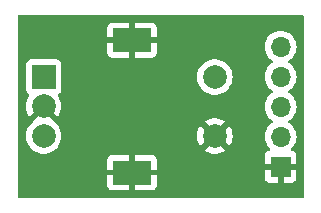
<source format=gbr>
%TF.GenerationSoftware,KiCad,Pcbnew,7.0.6*%
%TF.CreationDate,2023-09-12T23:14:46-07:00*%
%TF.ProjectId,Rotary Encoder Board,526f7461-7279-4204-956e-636f64657220,rev?*%
%TF.SameCoordinates,Original*%
%TF.FileFunction,Copper,L1,Top*%
%TF.FilePolarity,Positive*%
%FSLAX46Y46*%
G04 Gerber Fmt 4.6, Leading zero omitted, Abs format (unit mm)*
G04 Created by KiCad (PCBNEW 7.0.6) date 2023-09-12 23:14:46*
%MOMM*%
%LPD*%
G01*
G04 APERTURE LIST*
%TA.AperFunction,ComponentPad*%
%ADD10R,2.000000X2.000000*%
%TD*%
%TA.AperFunction,ComponentPad*%
%ADD11C,2.000000*%
%TD*%
%TA.AperFunction,ComponentPad*%
%ADD12R,3.200000X2.000000*%
%TD*%
%TA.AperFunction,ComponentPad*%
%ADD13R,1.700000X1.700000*%
%TD*%
%TA.AperFunction,ComponentPad*%
%ADD14O,1.700000X1.700000*%
%TD*%
G04 APERTURE END LIST*
D10*
%TO.P,SW1,A,A*%
%TO.N,/CLK*%
X132089000Y-84507000D03*
D11*
%TO.P,SW1,B,B*%
%TO.N,/DT*%
X132089000Y-89507000D03*
%TO.P,SW1,C,C*%
%TO.N,GND*%
X132089000Y-87007000D03*
D12*
%TO.P,SW1,MP*%
X139589000Y-81407000D03*
X139589000Y-92607000D03*
D11*
%TO.P,SW1,S1,S1*%
X146589000Y-89507000D03*
%TO.P,SW1,S2,S2*%
%TO.N,/SW*%
X146589000Y-84507000D03*
%TD*%
D13*
%TO.P,J1,1,Pin_1*%
%TO.N,GND*%
X152151190Y-92110000D03*
D14*
%TO.P,J1,2,Pin_2*%
%TO.N,+5V*%
X152151190Y-89570000D03*
%TO.P,J1,3,Pin_3*%
%TO.N,/SW*%
X152151190Y-87030000D03*
%TO.P,J1,4,Pin_4*%
%TO.N,/DT*%
X152151190Y-84490000D03*
%TO.P,J1,5,Pin_5*%
%TO.N,/CLK*%
X152151190Y-81950000D03*
%TD*%
%TA.AperFunction,Conductor*%
%TO.N,GND*%
G36*
X154058539Y-79266185D02*
G01*
X154104294Y-79318989D01*
X154115500Y-79370500D01*
X154115500Y-94629500D01*
X154095815Y-94696539D01*
X154043011Y-94742294D01*
X153991500Y-94753500D01*
X130020500Y-94753500D01*
X129953461Y-94733815D01*
X129907706Y-94681011D01*
X129896500Y-94629500D01*
X129896500Y-93654844D01*
X137489000Y-93654844D01*
X137495401Y-93714372D01*
X137495403Y-93714379D01*
X137545645Y-93849086D01*
X137545649Y-93849093D01*
X137631809Y-93964187D01*
X137631812Y-93964190D01*
X137746906Y-94050350D01*
X137746913Y-94050354D01*
X137881620Y-94100596D01*
X137881627Y-94100598D01*
X137941155Y-94106999D01*
X137941172Y-94107000D01*
X139339000Y-94107000D01*
X139339000Y-93357000D01*
X139839000Y-93357000D01*
X139839000Y-94107000D01*
X141236828Y-94107000D01*
X141236844Y-94106999D01*
X141296372Y-94100598D01*
X141296379Y-94100596D01*
X141431086Y-94050354D01*
X141431093Y-94050350D01*
X141546187Y-93964190D01*
X141546190Y-93964187D01*
X141632350Y-93849093D01*
X141632354Y-93849086D01*
X141682596Y-93714379D01*
X141682598Y-93714372D01*
X141688999Y-93654844D01*
X141689000Y-93654827D01*
X141689000Y-92857000D01*
X140947044Y-92857000D01*
X140982634Y-92738123D01*
X140992828Y-92563094D01*
X140962384Y-92390433D01*
X140947962Y-92357000D01*
X141689000Y-92357000D01*
X141689000Y-91559172D01*
X141688999Y-91559155D01*
X141682598Y-91499627D01*
X141682596Y-91499620D01*
X141632354Y-91364913D01*
X141632350Y-91364906D01*
X141546190Y-91249812D01*
X141546187Y-91249809D01*
X141431093Y-91163649D01*
X141431086Y-91163645D01*
X141296379Y-91113403D01*
X141296372Y-91113401D01*
X141236844Y-91107000D01*
X139839000Y-91107000D01*
X139839000Y-91857000D01*
X139339000Y-91857000D01*
X139339000Y-91107000D01*
X137941155Y-91107000D01*
X137881627Y-91113401D01*
X137881620Y-91113403D01*
X137746913Y-91163645D01*
X137746906Y-91163649D01*
X137631812Y-91249809D01*
X137631809Y-91249812D01*
X137545649Y-91364906D01*
X137545645Y-91364913D01*
X137495403Y-91499620D01*
X137495401Y-91499627D01*
X137489000Y-91559155D01*
X137489000Y-92357000D01*
X138230956Y-92357000D01*
X138195366Y-92475877D01*
X138185172Y-92650906D01*
X138215616Y-92823567D01*
X138230038Y-92857000D01*
X137489000Y-92857000D01*
X137489000Y-93654844D01*
X129896500Y-93654844D01*
X129896500Y-89507005D01*
X130583357Y-89507005D01*
X130603890Y-89754812D01*
X130603892Y-89754824D01*
X130664936Y-89995881D01*
X130764826Y-90223606D01*
X130900833Y-90431782D01*
X130909688Y-90441401D01*
X131069256Y-90614738D01*
X131265491Y-90767474D01*
X131265493Y-90767475D01*
X131483332Y-90885364D01*
X131484190Y-90885828D01*
X131540220Y-90905063D01*
X131717964Y-90966083D01*
X131719386Y-90966571D01*
X131964665Y-91007500D01*
X132213335Y-91007500D01*
X132458614Y-90966571D01*
X132693810Y-90885828D01*
X132912509Y-90767474D01*
X133108744Y-90614738D01*
X133277164Y-90431785D01*
X133413173Y-90223607D01*
X133513063Y-89995881D01*
X133574108Y-89754821D01*
X133594643Y-89507005D01*
X145083859Y-89507005D01*
X145104385Y-89754729D01*
X145104387Y-89754738D01*
X145165412Y-89995717D01*
X145265266Y-90223364D01*
X145365564Y-90376882D01*
X146105923Y-89636523D01*
X146129507Y-89716844D01*
X146207239Y-89837798D01*
X146315900Y-89931952D01*
X146446685Y-89991680D01*
X146456466Y-89993086D01*
X145718942Y-90730609D01*
X145765768Y-90767055D01*
X145765770Y-90767056D01*
X145984385Y-90885364D01*
X145984396Y-90885369D01*
X146219506Y-90966083D01*
X146464707Y-91007000D01*
X146713293Y-91007000D01*
X146958493Y-90966083D01*
X147193603Y-90885369D01*
X147193614Y-90885364D01*
X147412228Y-90767057D01*
X147412231Y-90767055D01*
X147459056Y-90730609D01*
X146721533Y-89993086D01*
X146731315Y-89991680D01*
X146862100Y-89931952D01*
X146970761Y-89837798D01*
X147048493Y-89716844D01*
X147072076Y-89636524D01*
X147812434Y-90376882D01*
X147912731Y-90223369D01*
X148012587Y-89995717D01*
X148073612Y-89754738D01*
X148073614Y-89754729D01*
X148088921Y-89570000D01*
X150795531Y-89570000D01*
X150816126Y-89805403D01*
X150816128Y-89805413D01*
X150877284Y-90033655D01*
X150877286Y-90033659D01*
X150877287Y-90033663D01*
X150965746Y-90223364D01*
X150977155Y-90247830D01*
X150977157Y-90247834D01*
X151067518Y-90376882D01*
X151112691Y-90441396D01*
X151112696Y-90441402D01*
X151235008Y-90563714D01*
X151268493Y-90625037D01*
X151263509Y-90694729D01*
X151221637Y-90750662D01*
X151190661Y-90767577D01*
X151059102Y-90816646D01*
X151059096Y-90816649D01*
X150944002Y-90902809D01*
X150943999Y-90902812D01*
X150857839Y-91017906D01*
X150857835Y-91017913D01*
X150807593Y-91152620D01*
X150807591Y-91152627D01*
X150801190Y-91212155D01*
X150801190Y-91860000D01*
X151717504Y-91860000D01*
X151691697Y-91900156D01*
X151651190Y-92038111D01*
X151651190Y-92181889D01*
X151691697Y-92319844D01*
X151717504Y-92360000D01*
X150801190Y-92360000D01*
X150801190Y-93007844D01*
X150807591Y-93067372D01*
X150807593Y-93067379D01*
X150857835Y-93202086D01*
X150857839Y-93202093D01*
X150943999Y-93317187D01*
X150944002Y-93317190D01*
X151059096Y-93403350D01*
X151059103Y-93403354D01*
X151193810Y-93453596D01*
X151193817Y-93453598D01*
X151253345Y-93459999D01*
X151253362Y-93460000D01*
X151901190Y-93460000D01*
X151901190Y-92545501D01*
X152008875Y-92594680D01*
X152115427Y-92610000D01*
X152186953Y-92610000D01*
X152293505Y-92594680D01*
X152401190Y-92545501D01*
X152401190Y-93460000D01*
X153049018Y-93460000D01*
X153049034Y-93459999D01*
X153108562Y-93453598D01*
X153108569Y-93453596D01*
X153243276Y-93403354D01*
X153243283Y-93403350D01*
X153358377Y-93317190D01*
X153358380Y-93317187D01*
X153444540Y-93202093D01*
X153444544Y-93202086D01*
X153494786Y-93067379D01*
X153494788Y-93067372D01*
X153501189Y-93007844D01*
X153501190Y-93007827D01*
X153501190Y-92360000D01*
X152584876Y-92360000D01*
X152610683Y-92319844D01*
X152651190Y-92181889D01*
X152651190Y-92038111D01*
X152610683Y-91900156D01*
X152584876Y-91860000D01*
X153501190Y-91860000D01*
X153501190Y-91212172D01*
X153501189Y-91212155D01*
X153494788Y-91152627D01*
X153494786Y-91152620D01*
X153444544Y-91017913D01*
X153444540Y-91017906D01*
X153358380Y-90902812D01*
X153358377Y-90902809D01*
X153243283Y-90816649D01*
X153243278Y-90816646D01*
X153111718Y-90767577D01*
X153055785Y-90725705D01*
X153031368Y-90660241D01*
X153046220Y-90591968D01*
X153067365Y-90563720D01*
X153189685Y-90441401D01*
X153325225Y-90247830D01*
X153425093Y-90033663D01*
X153486253Y-89805408D01*
X153506849Y-89570000D01*
X153486253Y-89334592D01*
X153425093Y-89106337D01*
X153325225Y-88892171D01*
X153189685Y-88698599D01*
X153189684Y-88698597D01*
X153022592Y-88531506D01*
X153022586Y-88531501D01*
X152837032Y-88401575D01*
X152793407Y-88346998D01*
X152786213Y-88277500D01*
X152817736Y-88215145D01*
X152837032Y-88198425D01*
X152936702Y-88128635D01*
X153022591Y-88068495D01*
X153189685Y-87901401D01*
X153325225Y-87707830D01*
X153425093Y-87493663D01*
X153486253Y-87265408D01*
X153506849Y-87030000D01*
X153486253Y-86794592D01*
X153425093Y-86566337D01*
X153325225Y-86352171D01*
X153282136Y-86290632D01*
X153189684Y-86158597D01*
X153022592Y-85991506D01*
X153022586Y-85991501D01*
X152837032Y-85861575D01*
X152793407Y-85806998D01*
X152786213Y-85737500D01*
X152817736Y-85675145D01*
X152837032Y-85658425D01*
X152899423Y-85614738D01*
X153022591Y-85528495D01*
X153189685Y-85361401D01*
X153325225Y-85167830D01*
X153425093Y-84953663D01*
X153486253Y-84725408D01*
X153506849Y-84490000D01*
X153486253Y-84254592D01*
X153425093Y-84026337D01*
X153325225Y-83812171D01*
X153189685Y-83618599D01*
X153189684Y-83618597D01*
X153022592Y-83451506D01*
X153022586Y-83451501D01*
X152837032Y-83321575D01*
X152793407Y-83266998D01*
X152786213Y-83197500D01*
X152817736Y-83135145D01*
X152837032Y-83118425D01*
X152859216Y-83102891D01*
X153022591Y-82988495D01*
X153189685Y-82821401D01*
X153325225Y-82627830D01*
X153425093Y-82413663D01*
X153486253Y-82185408D01*
X153506849Y-81950000D01*
X153486253Y-81714592D01*
X153425093Y-81486337D01*
X153325225Y-81272171D01*
X153210215Y-81107918D01*
X153189684Y-81078597D01*
X153022592Y-80911506D01*
X153022585Y-80911501D01*
X152829024Y-80775967D01*
X152829020Y-80775965D01*
X152829018Y-80775964D01*
X152614853Y-80676097D01*
X152614849Y-80676096D01*
X152614845Y-80676094D01*
X152386603Y-80614938D01*
X152386593Y-80614936D01*
X152151191Y-80594341D01*
X152151189Y-80594341D01*
X151915786Y-80614936D01*
X151915776Y-80614938D01*
X151687534Y-80676094D01*
X151687525Y-80676098D01*
X151473361Y-80775964D01*
X151473359Y-80775965D01*
X151279787Y-80911505D01*
X151112695Y-81078597D01*
X150977155Y-81272169D01*
X150977154Y-81272171D01*
X150877288Y-81486335D01*
X150877284Y-81486344D01*
X150816128Y-81714586D01*
X150816126Y-81714596D01*
X150795531Y-81949999D01*
X150795531Y-81950000D01*
X150816126Y-82185403D01*
X150816128Y-82185413D01*
X150877284Y-82413655D01*
X150877286Y-82413659D01*
X150877287Y-82413663D01*
X150924249Y-82514372D01*
X150977155Y-82627830D01*
X150977157Y-82627834D01*
X151112691Y-82821395D01*
X151112696Y-82821402D01*
X151279787Y-82988493D01*
X151279793Y-82988498D01*
X151465348Y-83118425D01*
X151508973Y-83173002D01*
X151516167Y-83242500D01*
X151484644Y-83304855D01*
X151465348Y-83321575D01*
X151279787Y-83451505D01*
X151112695Y-83618597D01*
X150977155Y-83812169D01*
X150977154Y-83812171D01*
X150877288Y-84026335D01*
X150877284Y-84026344D01*
X150816128Y-84254586D01*
X150816126Y-84254596D01*
X150795531Y-84489999D01*
X150795531Y-84490000D01*
X150816126Y-84725403D01*
X150816128Y-84725413D01*
X150877284Y-84953655D01*
X150877286Y-84953659D01*
X150877287Y-84953663D01*
X150896974Y-84995881D01*
X150977155Y-85167830D01*
X150977157Y-85167834D01*
X151112691Y-85361395D01*
X151112696Y-85361402D01*
X151279787Y-85528493D01*
X151279793Y-85528498D01*
X151465348Y-85658425D01*
X151508973Y-85713002D01*
X151516167Y-85782500D01*
X151484644Y-85844855D01*
X151465348Y-85861575D01*
X151279787Y-85991505D01*
X151112695Y-86158597D01*
X150977155Y-86352169D01*
X150977154Y-86352171D01*
X150877288Y-86566335D01*
X150877284Y-86566344D01*
X150816128Y-86794586D01*
X150816126Y-86794596D01*
X150795531Y-87029999D01*
X150795531Y-87030000D01*
X150816126Y-87265403D01*
X150816128Y-87265413D01*
X150877284Y-87493655D01*
X150877286Y-87493659D01*
X150877287Y-87493663D01*
X150977155Y-87707830D01*
X150977157Y-87707834D01*
X151112691Y-87901395D01*
X151112696Y-87901402D01*
X151279787Y-88068493D01*
X151279793Y-88068498D01*
X151465348Y-88198425D01*
X151508973Y-88253002D01*
X151516167Y-88322500D01*
X151484644Y-88384855D01*
X151465348Y-88401575D01*
X151279787Y-88531505D01*
X151112695Y-88698597D01*
X150977155Y-88892169D01*
X150977154Y-88892171D01*
X150877288Y-89106335D01*
X150877284Y-89106344D01*
X150816128Y-89334586D01*
X150816126Y-89334596D01*
X150795531Y-89569999D01*
X150795531Y-89570000D01*
X148088921Y-89570000D01*
X148094141Y-89507005D01*
X148094141Y-89506994D01*
X148073614Y-89259270D01*
X148073612Y-89259261D01*
X148012587Y-89018282D01*
X147912731Y-88790630D01*
X147812434Y-88637116D01*
X147072076Y-89377475D01*
X147048493Y-89297156D01*
X146970761Y-89176202D01*
X146862100Y-89082048D01*
X146731315Y-89022320D01*
X146721534Y-89020913D01*
X147459057Y-88283390D01*
X147459056Y-88283389D01*
X147412229Y-88246943D01*
X147193614Y-88128635D01*
X147193603Y-88128630D01*
X146958493Y-88047916D01*
X146713293Y-88007000D01*
X146464707Y-88007000D01*
X146219506Y-88047916D01*
X145984396Y-88128630D01*
X145984390Y-88128632D01*
X145765761Y-88246949D01*
X145718942Y-88283388D01*
X145718942Y-88283390D01*
X146456466Y-89020913D01*
X146446685Y-89022320D01*
X146315900Y-89082048D01*
X146207239Y-89176202D01*
X146129507Y-89297156D01*
X146105923Y-89377475D01*
X145365564Y-88637116D01*
X145265267Y-88790632D01*
X145165412Y-89018282D01*
X145104387Y-89259261D01*
X145104385Y-89259270D01*
X145083859Y-89506994D01*
X145083859Y-89507005D01*
X133594643Y-89507005D01*
X133594643Y-89507000D01*
X133588686Y-89435111D01*
X133574109Y-89259187D01*
X133574107Y-89259175D01*
X133513063Y-89018118D01*
X133413173Y-88790393D01*
X133277166Y-88582217D01*
X133230482Y-88531505D01*
X133108744Y-88399262D01*
X133041595Y-88346998D01*
X133007623Y-88320556D01*
X132966810Y-88263846D01*
X132962697Y-88234249D01*
X132221533Y-87493086D01*
X132231315Y-87491680D01*
X132362100Y-87431952D01*
X132470761Y-87337798D01*
X132548493Y-87216844D01*
X132572076Y-87136524D01*
X133312434Y-87876882D01*
X133412731Y-87723369D01*
X133512587Y-87495717D01*
X133573612Y-87254738D01*
X133573614Y-87254729D01*
X133594141Y-87007005D01*
X133594141Y-87006994D01*
X133573614Y-86759270D01*
X133573612Y-86759261D01*
X133512587Y-86518282D01*
X133412732Y-86290632D01*
X133300515Y-86118870D01*
X133280328Y-86051981D01*
X133299508Y-85984795D01*
X133330013Y-85951782D01*
X133331329Y-85950796D01*
X133331331Y-85950796D01*
X133446546Y-85864546D01*
X133532796Y-85749331D01*
X133583091Y-85614483D01*
X133589500Y-85554873D01*
X133589500Y-84507005D01*
X145083357Y-84507005D01*
X145103890Y-84754812D01*
X145103892Y-84754824D01*
X145164936Y-84995881D01*
X145264826Y-85223606D01*
X145400833Y-85431782D01*
X145400836Y-85431785D01*
X145569256Y-85614738D01*
X145765491Y-85767474D01*
X145765493Y-85767475D01*
X145908478Y-85844855D01*
X145984190Y-85885828D01*
X146219386Y-85966571D01*
X146464665Y-86007500D01*
X146713335Y-86007500D01*
X146958614Y-85966571D01*
X147193810Y-85885828D01*
X147412509Y-85767474D01*
X147608744Y-85614738D01*
X147777164Y-85431785D01*
X147913173Y-85223607D01*
X148013063Y-84995881D01*
X148074108Y-84754821D01*
X148094643Y-84507000D01*
X148093234Y-84490000D01*
X148074109Y-84259187D01*
X148074107Y-84259175D01*
X148013063Y-84018118D01*
X147913173Y-83790393D01*
X147777166Y-83582217D01*
X147755557Y-83558744D01*
X147608744Y-83399262D01*
X147412509Y-83246526D01*
X147412507Y-83246525D01*
X147412506Y-83246524D01*
X147193811Y-83128172D01*
X147193802Y-83128169D01*
X146958616Y-83047429D01*
X146713335Y-83006500D01*
X146464665Y-83006500D01*
X146219383Y-83047429D01*
X145984197Y-83128169D01*
X145984188Y-83128172D01*
X145765493Y-83246524D01*
X145569257Y-83399261D01*
X145400833Y-83582217D01*
X145264826Y-83790393D01*
X145164936Y-84018118D01*
X145103892Y-84259175D01*
X145103890Y-84259187D01*
X145083357Y-84506994D01*
X145083357Y-84507005D01*
X133589500Y-84507005D01*
X133589499Y-83459128D01*
X133583091Y-83399517D01*
X133547784Y-83304855D01*
X133532797Y-83264671D01*
X133532793Y-83264664D01*
X133446547Y-83149455D01*
X133446544Y-83149452D01*
X133331335Y-83063206D01*
X133331328Y-83063202D01*
X133196482Y-83012908D01*
X133196483Y-83012908D01*
X133136883Y-83006501D01*
X133136881Y-83006500D01*
X133136873Y-83006500D01*
X133136864Y-83006500D01*
X131041129Y-83006500D01*
X131041123Y-83006501D01*
X130981516Y-83012908D01*
X130846671Y-83063202D01*
X130846664Y-83063206D01*
X130731455Y-83149452D01*
X130731452Y-83149455D01*
X130645206Y-83264664D01*
X130645202Y-83264671D01*
X130594908Y-83399517D01*
X130589320Y-83451501D01*
X130588501Y-83459123D01*
X130588500Y-83459135D01*
X130588500Y-85554870D01*
X130588501Y-85554876D01*
X130594908Y-85614483D01*
X130645202Y-85749328D01*
X130645206Y-85749335D01*
X130731452Y-85864544D01*
X130731455Y-85864547D01*
X130847986Y-85951783D01*
X130889857Y-86007717D01*
X130894841Y-86077408D01*
X130877484Y-86118870D01*
X130765267Y-86290631D01*
X130665412Y-86518282D01*
X130604387Y-86759261D01*
X130604385Y-86759270D01*
X130583858Y-87006994D01*
X130583858Y-87007005D01*
X130604385Y-87254729D01*
X130604387Y-87254738D01*
X130665412Y-87495717D01*
X130765266Y-87723364D01*
X130865564Y-87876882D01*
X131605922Y-87136523D01*
X131629507Y-87216844D01*
X131707239Y-87337798D01*
X131815900Y-87431952D01*
X131946685Y-87491680D01*
X131956466Y-87493086D01*
X131213100Y-88236450D01*
X131202482Y-88283148D01*
X131170376Y-88320556D01*
X131069255Y-88399262D01*
X130900833Y-88582217D01*
X130764826Y-88790393D01*
X130664936Y-89018118D01*
X130603892Y-89259175D01*
X130603890Y-89259187D01*
X130583357Y-89506994D01*
X130583357Y-89507005D01*
X129896500Y-89507005D01*
X129896500Y-82454844D01*
X137489000Y-82454844D01*
X137495401Y-82514372D01*
X137495403Y-82514379D01*
X137545645Y-82649086D01*
X137545649Y-82649093D01*
X137631809Y-82764187D01*
X137631812Y-82764190D01*
X137746906Y-82850350D01*
X137746913Y-82850354D01*
X137881620Y-82900596D01*
X137881627Y-82900598D01*
X137941155Y-82906999D01*
X137941172Y-82907000D01*
X139339000Y-82907000D01*
X139339000Y-82157000D01*
X139839000Y-82157000D01*
X139839000Y-82907000D01*
X141236828Y-82907000D01*
X141236844Y-82906999D01*
X141296372Y-82900598D01*
X141296379Y-82900596D01*
X141431086Y-82850354D01*
X141431093Y-82850350D01*
X141546187Y-82764190D01*
X141546190Y-82764187D01*
X141632350Y-82649093D01*
X141632354Y-82649086D01*
X141682596Y-82514379D01*
X141682598Y-82514372D01*
X141688999Y-82454844D01*
X141689000Y-82454827D01*
X141689000Y-81657000D01*
X140947044Y-81657000D01*
X140982634Y-81538123D01*
X140992828Y-81363094D01*
X140962384Y-81190433D01*
X140947962Y-81157000D01*
X141689000Y-81157000D01*
X141689000Y-80359172D01*
X141688999Y-80359155D01*
X141682598Y-80299627D01*
X141682596Y-80299620D01*
X141632354Y-80164913D01*
X141632350Y-80164906D01*
X141546190Y-80049812D01*
X141546187Y-80049809D01*
X141431093Y-79963649D01*
X141431086Y-79963645D01*
X141296379Y-79913403D01*
X141296372Y-79913401D01*
X141236844Y-79907000D01*
X139839000Y-79907000D01*
X139839000Y-80657000D01*
X139339000Y-80657000D01*
X139339000Y-79907000D01*
X137941155Y-79907000D01*
X137881627Y-79913401D01*
X137881620Y-79913403D01*
X137746913Y-79963645D01*
X137746906Y-79963649D01*
X137631812Y-80049809D01*
X137631809Y-80049812D01*
X137545649Y-80164906D01*
X137545645Y-80164913D01*
X137495403Y-80299620D01*
X137495401Y-80299627D01*
X137489000Y-80359155D01*
X137489000Y-81157000D01*
X138230956Y-81157000D01*
X138195366Y-81275877D01*
X138185172Y-81450906D01*
X138215616Y-81623567D01*
X138230038Y-81657000D01*
X137489000Y-81657000D01*
X137489000Y-82454844D01*
X129896500Y-82454844D01*
X129896500Y-79370500D01*
X129916185Y-79303461D01*
X129968989Y-79257706D01*
X130020500Y-79246500D01*
X153991500Y-79246500D01*
X154058539Y-79266185D01*
G37*
%TD.AperFunction*%
%TD*%
M02*

</source>
